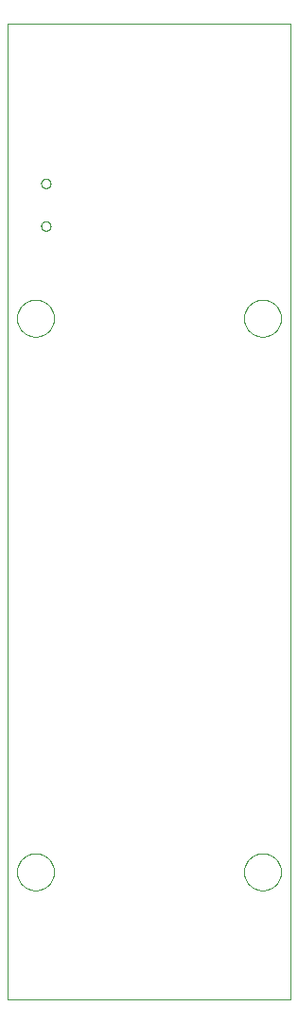
<source format=gko>
G75*
%MOIN*%
%OFA0B0*%
%FSLAX25Y25*%
%IPPOS*%
%LPD*%
%AMOC8*
5,1,8,0,0,1.08239X$1,22.5*
%
%ADD10C,0.00000*%
D10*
X0118333Y0040000D02*
X0118333Y0383701D01*
X0218255Y0383701D01*
X0218255Y0040000D01*
X0118333Y0040000D01*
X0121833Y0085000D02*
X0121835Y0085161D01*
X0121841Y0085321D01*
X0121851Y0085482D01*
X0121865Y0085642D01*
X0121883Y0085802D01*
X0121904Y0085961D01*
X0121930Y0086120D01*
X0121960Y0086278D01*
X0121993Y0086435D01*
X0122031Y0086592D01*
X0122072Y0086747D01*
X0122117Y0086901D01*
X0122166Y0087054D01*
X0122219Y0087206D01*
X0122275Y0087357D01*
X0122336Y0087506D01*
X0122399Y0087654D01*
X0122467Y0087800D01*
X0122538Y0087944D01*
X0122612Y0088086D01*
X0122690Y0088227D01*
X0122772Y0088365D01*
X0122857Y0088502D01*
X0122945Y0088636D01*
X0123037Y0088768D01*
X0123132Y0088898D01*
X0123230Y0089026D01*
X0123331Y0089151D01*
X0123435Y0089273D01*
X0123542Y0089393D01*
X0123652Y0089510D01*
X0123765Y0089625D01*
X0123881Y0089736D01*
X0124000Y0089845D01*
X0124121Y0089950D01*
X0124245Y0090053D01*
X0124371Y0090153D01*
X0124499Y0090249D01*
X0124630Y0090342D01*
X0124764Y0090432D01*
X0124899Y0090519D01*
X0125037Y0090602D01*
X0125176Y0090682D01*
X0125318Y0090758D01*
X0125461Y0090831D01*
X0125606Y0090900D01*
X0125753Y0090966D01*
X0125901Y0091028D01*
X0126051Y0091086D01*
X0126202Y0091141D01*
X0126355Y0091192D01*
X0126509Y0091239D01*
X0126664Y0091282D01*
X0126820Y0091321D01*
X0126976Y0091357D01*
X0127134Y0091388D01*
X0127292Y0091416D01*
X0127451Y0091440D01*
X0127611Y0091460D01*
X0127771Y0091476D01*
X0127931Y0091488D01*
X0128092Y0091496D01*
X0128253Y0091500D01*
X0128413Y0091500D01*
X0128574Y0091496D01*
X0128735Y0091488D01*
X0128895Y0091476D01*
X0129055Y0091460D01*
X0129215Y0091440D01*
X0129374Y0091416D01*
X0129532Y0091388D01*
X0129690Y0091357D01*
X0129846Y0091321D01*
X0130002Y0091282D01*
X0130157Y0091239D01*
X0130311Y0091192D01*
X0130464Y0091141D01*
X0130615Y0091086D01*
X0130765Y0091028D01*
X0130913Y0090966D01*
X0131060Y0090900D01*
X0131205Y0090831D01*
X0131348Y0090758D01*
X0131490Y0090682D01*
X0131629Y0090602D01*
X0131767Y0090519D01*
X0131902Y0090432D01*
X0132036Y0090342D01*
X0132167Y0090249D01*
X0132295Y0090153D01*
X0132421Y0090053D01*
X0132545Y0089950D01*
X0132666Y0089845D01*
X0132785Y0089736D01*
X0132901Y0089625D01*
X0133014Y0089510D01*
X0133124Y0089393D01*
X0133231Y0089273D01*
X0133335Y0089151D01*
X0133436Y0089026D01*
X0133534Y0088898D01*
X0133629Y0088768D01*
X0133721Y0088636D01*
X0133809Y0088502D01*
X0133894Y0088365D01*
X0133976Y0088227D01*
X0134054Y0088086D01*
X0134128Y0087944D01*
X0134199Y0087800D01*
X0134267Y0087654D01*
X0134330Y0087506D01*
X0134391Y0087357D01*
X0134447Y0087206D01*
X0134500Y0087054D01*
X0134549Y0086901D01*
X0134594Y0086747D01*
X0134635Y0086592D01*
X0134673Y0086435D01*
X0134706Y0086278D01*
X0134736Y0086120D01*
X0134762Y0085961D01*
X0134783Y0085802D01*
X0134801Y0085642D01*
X0134815Y0085482D01*
X0134825Y0085321D01*
X0134831Y0085161D01*
X0134833Y0085000D01*
X0134831Y0084839D01*
X0134825Y0084679D01*
X0134815Y0084518D01*
X0134801Y0084358D01*
X0134783Y0084198D01*
X0134762Y0084039D01*
X0134736Y0083880D01*
X0134706Y0083722D01*
X0134673Y0083565D01*
X0134635Y0083408D01*
X0134594Y0083253D01*
X0134549Y0083099D01*
X0134500Y0082946D01*
X0134447Y0082794D01*
X0134391Y0082643D01*
X0134330Y0082494D01*
X0134267Y0082346D01*
X0134199Y0082200D01*
X0134128Y0082056D01*
X0134054Y0081914D01*
X0133976Y0081773D01*
X0133894Y0081635D01*
X0133809Y0081498D01*
X0133721Y0081364D01*
X0133629Y0081232D01*
X0133534Y0081102D01*
X0133436Y0080974D01*
X0133335Y0080849D01*
X0133231Y0080727D01*
X0133124Y0080607D01*
X0133014Y0080490D01*
X0132901Y0080375D01*
X0132785Y0080264D01*
X0132666Y0080155D01*
X0132545Y0080050D01*
X0132421Y0079947D01*
X0132295Y0079847D01*
X0132167Y0079751D01*
X0132036Y0079658D01*
X0131902Y0079568D01*
X0131767Y0079481D01*
X0131629Y0079398D01*
X0131490Y0079318D01*
X0131348Y0079242D01*
X0131205Y0079169D01*
X0131060Y0079100D01*
X0130913Y0079034D01*
X0130765Y0078972D01*
X0130615Y0078914D01*
X0130464Y0078859D01*
X0130311Y0078808D01*
X0130157Y0078761D01*
X0130002Y0078718D01*
X0129846Y0078679D01*
X0129690Y0078643D01*
X0129532Y0078612D01*
X0129374Y0078584D01*
X0129215Y0078560D01*
X0129055Y0078540D01*
X0128895Y0078524D01*
X0128735Y0078512D01*
X0128574Y0078504D01*
X0128413Y0078500D01*
X0128253Y0078500D01*
X0128092Y0078504D01*
X0127931Y0078512D01*
X0127771Y0078524D01*
X0127611Y0078540D01*
X0127451Y0078560D01*
X0127292Y0078584D01*
X0127134Y0078612D01*
X0126976Y0078643D01*
X0126820Y0078679D01*
X0126664Y0078718D01*
X0126509Y0078761D01*
X0126355Y0078808D01*
X0126202Y0078859D01*
X0126051Y0078914D01*
X0125901Y0078972D01*
X0125753Y0079034D01*
X0125606Y0079100D01*
X0125461Y0079169D01*
X0125318Y0079242D01*
X0125176Y0079318D01*
X0125037Y0079398D01*
X0124899Y0079481D01*
X0124764Y0079568D01*
X0124630Y0079658D01*
X0124499Y0079751D01*
X0124371Y0079847D01*
X0124245Y0079947D01*
X0124121Y0080050D01*
X0124000Y0080155D01*
X0123881Y0080264D01*
X0123765Y0080375D01*
X0123652Y0080490D01*
X0123542Y0080607D01*
X0123435Y0080727D01*
X0123331Y0080849D01*
X0123230Y0080974D01*
X0123132Y0081102D01*
X0123037Y0081232D01*
X0122945Y0081364D01*
X0122857Y0081498D01*
X0122772Y0081635D01*
X0122690Y0081773D01*
X0122612Y0081914D01*
X0122538Y0082056D01*
X0122467Y0082200D01*
X0122399Y0082346D01*
X0122336Y0082494D01*
X0122275Y0082643D01*
X0122219Y0082794D01*
X0122166Y0082946D01*
X0122117Y0083099D01*
X0122072Y0083253D01*
X0122031Y0083408D01*
X0121993Y0083565D01*
X0121960Y0083722D01*
X0121930Y0083880D01*
X0121904Y0084039D01*
X0121883Y0084198D01*
X0121865Y0084358D01*
X0121851Y0084518D01*
X0121841Y0084679D01*
X0121835Y0084839D01*
X0121833Y0085000D01*
X0201833Y0085000D02*
X0201835Y0085161D01*
X0201841Y0085321D01*
X0201851Y0085482D01*
X0201865Y0085642D01*
X0201883Y0085802D01*
X0201904Y0085961D01*
X0201930Y0086120D01*
X0201960Y0086278D01*
X0201993Y0086435D01*
X0202031Y0086592D01*
X0202072Y0086747D01*
X0202117Y0086901D01*
X0202166Y0087054D01*
X0202219Y0087206D01*
X0202275Y0087357D01*
X0202336Y0087506D01*
X0202399Y0087654D01*
X0202467Y0087800D01*
X0202538Y0087944D01*
X0202612Y0088086D01*
X0202690Y0088227D01*
X0202772Y0088365D01*
X0202857Y0088502D01*
X0202945Y0088636D01*
X0203037Y0088768D01*
X0203132Y0088898D01*
X0203230Y0089026D01*
X0203331Y0089151D01*
X0203435Y0089273D01*
X0203542Y0089393D01*
X0203652Y0089510D01*
X0203765Y0089625D01*
X0203881Y0089736D01*
X0204000Y0089845D01*
X0204121Y0089950D01*
X0204245Y0090053D01*
X0204371Y0090153D01*
X0204499Y0090249D01*
X0204630Y0090342D01*
X0204764Y0090432D01*
X0204899Y0090519D01*
X0205037Y0090602D01*
X0205176Y0090682D01*
X0205318Y0090758D01*
X0205461Y0090831D01*
X0205606Y0090900D01*
X0205753Y0090966D01*
X0205901Y0091028D01*
X0206051Y0091086D01*
X0206202Y0091141D01*
X0206355Y0091192D01*
X0206509Y0091239D01*
X0206664Y0091282D01*
X0206820Y0091321D01*
X0206976Y0091357D01*
X0207134Y0091388D01*
X0207292Y0091416D01*
X0207451Y0091440D01*
X0207611Y0091460D01*
X0207771Y0091476D01*
X0207931Y0091488D01*
X0208092Y0091496D01*
X0208253Y0091500D01*
X0208413Y0091500D01*
X0208574Y0091496D01*
X0208735Y0091488D01*
X0208895Y0091476D01*
X0209055Y0091460D01*
X0209215Y0091440D01*
X0209374Y0091416D01*
X0209532Y0091388D01*
X0209690Y0091357D01*
X0209846Y0091321D01*
X0210002Y0091282D01*
X0210157Y0091239D01*
X0210311Y0091192D01*
X0210464Y0091141D01*
X0210615Y0091086D01*
X0210765Y0091028D01*
X0210913Y0090966D01*
X0211060Y0090900D01*
X0211205Y0090831D01*
X0211348Y0090758D01*
X0211490Y0090682D01*
X0211629Y0090602D01*
X0211767Y0090519D01*
X0211902Y0090432D01*
X0212036Y0090342D01*
X0212167Y0090249D01*
X0212295Y0090153D01*
X0212421Y0090053D01*
X0212545Y0089950D01*
X0212666Y0089845D01*
X0212785Y0089736D01*
X0212901Y0089625D01*
X0213014Y0089510D01*
X0213124Y0089393D01*
X0213231Y0089273D01*
X0213335Y0089151D01*
X0213436Y0089026D01*
X0213534Y0088898D01*
X0213629Y0088768D01*
X0213721Y0088636D01*
X0213809Y0088502D01*
X0213894Y0088365D01*
X0213976Y0088227D01*
X0214054Y0088086D01*
X0214128Y0087944D01*
X0214199Y0087800D01*
X0214267Y0087654D01*
X0214330Y0087506D01*
X0214391Y0087357D01*
X0214447Y0087206D01*
X0214500Y0087054D01*
X0214549Y0086901D01*
X0214594Y0086747D01*
X0214635Y0086592D01*
X0214673Y0086435D01*
X0214706Y0086278D01*
X0214736Y0086120D01*
X0214762Y0085961D01*
X0214783Y0085802D01*
X0214801Y0085642D01*
X0214815Y0085482D01*
X0214825Y0085321D01*
X0214831Y0085161D01*
X0214833Y0085000D01*
X0214831Y0084839D01*
X0214825Y0084679D01*
X0214815Y0084518D01*
X0214801Y0084358D01*
X0214783Y0084198D01*
X0214762Y0084039D01*
X0214736Y0083880D01*
X0214706Y0083722D01*
X0214673Y0083565D01*
X0214635Y0083408D01*
X0214594Y0083253D01*
X0214549Y0083099D01*
X0214500Y0082946D01*
X0214447Y0082794D01*
X0214391Y0082643D01*
X0214330Y0082494D01*
X0214267Y0082346D01*
X0214199Y0082200D01*
X0214128Y0082056D01*
X0214054Y0081914D01*
X0213976Y0081773D01*
X0213894Y0081635D01*
X0213809Y0081498D01*
X0213721Y0081364D01*
X0213629Y0081232D01*
X0213534Y0081102D01*
X0213436Y0080974D01*
X0213335Y0080849D01*
X0213231Y0080727D01*
X0213124Y0080607D01*
X0213014Y0080490D01*
X0212901Y0080375D01*
X0212785Y0080264D01*
X0212666Y0080155D01*
X0212545Y0080050D01*
X0212421Y0079947D01*
X0212295Y0079847D01*
X0212167Y0079751D01*
X0212036Y0079658D01*
X0211902Y0079568D01*
X0211767Y0079481D01*
X0211629Y0079398D01*
X0211490Y0079318D01*
X0211348Y0079242D01*
X0211205Y0079169D01*
X0211060Y0079100D01*
X0210913Y0079034D01*
X0210765Y0078972D01*
X0210615Y0078914D01*
X0210464Y0078859D01*
X0210311Y0078808D01*
X0210157Y0078761D01*
X0210002Y0078718D01*
X0209846Y0078679D01*
X0209690Y0078643D01*
X0209532Y0078612D01*
X0209374Y0078584D01*
X0209215Y0078560D01*
X0209055Y0078540D01*
X0208895Y0078524D01*
X0208735Y0078512D01*
X0208574Y0078504D01*
X0208413Y0078500D01*
X0208253Y0078500D01*
X0208092Y0078504D01*
X0207931Y0078512D01*
X0207771Y0078524D01*
X0207611Y0078540D01*
X0207451Y0078560D01*
X0207292Y0078584D01*
X0207134Y0078612D01*
X0206976Y0078643D01*
X0206820Y0078679D01*
X0206664Y0078718D01*
X0206509Y0078761D01*
X0206355Y0078808D01*
X0206202Y0078859D01*
X0206051Y0078914D01*
X0205901Y0078972D01*
X0205753Y0079034D01*
X0205606Y0079100D01*
X0205461Y0079169D01*
X0205318Y0079242D01*
X0205176Y0079318D01*
X0205037Y0079398D01*
X0204899Y0079481D01*
X0204764Y0079568D01*
X0204630Y0079658D01*
X0204499Y0079751D01*
X0204371Y0079847D01*
X0204245Y0079947D01*
X0204121Y0080050D01*
X0204000Y0080155D01*
X0203881Y0080264D01*
X0203765Y0080375D01*
X0203652Y0080490D01*
X0203542Y0080607D01*
X0203435Y0080727D01*
X0203331Y0080849D01*
X0203230Y0080974D01*
X0203132Y0081102D01*
X0203037Y0081232D01*
X0202945Y0081364D01*
X0202857Y0081498D01*
X0202772Y0081635D01*
X0202690Y0081773D01*
X0202612Y0081914D01*
X0202538Y0082056D01*
X0202467Y0082200D01*
X0202399Y0082346D01*
X0202336Y0082494D01*
X0202275Y0082643D01*
X0202219Y0082794D01*
X0202166Y0082946D01*
X0202117Y0083099D01*
X0202072Y0083253D01*
X0202031Y0083408D01*
X0201993Y0083565D01*
X0201960Y0083722D01*
X0201930Y0083880D01*
X0201904Y0084039D01*
X0201883Y0084198D01*
X0201865Y0084358D01*
X0201851Y0084518D01*
X0201841Y0084679D01*
X0201835Y0084839D01*
X0201833Y0085000D01*
X0201833Y0280000D02*
X0201835Y0280161D01*
X0201841Y0280321D01*
X0201851Y0280482D01*
X0201865Y0280642D01*
X0201883Y0280802D01*
X0201904Y0280961D01*
X0201930Y0281120D01*
X0201960Y0281278D01*
X0201993Y0281435D01*
X0202031Y0281592D01*
X0202072Y0281747D01*
X0202117Y0281901D01*
X0202166Y0282054D01*
X0202219Y0282206D01*
X0202275Y0282357D01*
X0202336Y0282506D01*
X0202399Y0282654D01*
X0202467Y0282800D01*
X0202538Y0282944D01*
X0202612Y0283086D01*
X0202690Y0283227D01*
X0202772Y0283365D01*
X0202857Y0283502D01*
X0202945Y0283636D01*
X0203037Y0283768D01*
X0203132Y0283898D01*
X0203230Y0284026D01*
X0203331Y0284151D01*
X0203435Y0284273D01*
X0203542Y0284393D01*
X0203652Y0284510D01*
X0203765Y0284625D01*
X0203881Y0284736D01*
X0204000Y0284845D01*
X0204121Y0284950D01*
X0204245Y0285053D01*
X0204371Y0285153D01*
X0204499Y0285249D01*
X0204630Y0285342D01*
X0204764Y0285432D01*
X0204899Y0285519D01*
X0205037Y0285602D01*
X0205176Y0285682D01*
X0205318Y0285758D01*
X0205461Y0285831D01*
X0205606Y0285900D01*
X0205753Y0285966D01*
X0205901Y0286028D01*
X0206051Y0286086D01*
X0206202Y0286141D01*
X0206355Y0286192D01*
X0206509Y0286239D01*
X0206664Y0286282D01*
X0206820Y0286321D01*
X0206976Y0286357D01*
X0207134Y0286388D01*
X0207292Y0286416D01*
X0207451Y0286440D01*
X0207611Y0286460D01*
X0207771Y0286476D01*
X0207931Y0286488D01*
X0208092Y0286496D01*
X0208253Y0286500D01*
X0208413Y0286500D01*
X0208574Y0286496D01*
X0208735Y0286488D01*
X0208895Y0286476D01*
X0209055Y0286460D01*
X0209215Y0286440D01*
X0209374Y0286416D01*
X0209532Y0286388D01*
X0209690Y0286357D01*
X0209846Y0286321D01*
X0210002Y0286282D01*
X0210157Y0286239D01*
X0210311Y0286192D01*
X0210464Y0286141D01*
X0210615Y0286086D01*
X0210765Y0286028D01*
X0210913Y0285966D01*
X0211060Y0285900D01*
X0211205Y0285831D01*
X0211348Y0285758D01*
X0211490Y0285682D01*
X0211629Y0285602D01*
X0211767Y0285519D01*
X0211902Y0285432D01*
X0212036Y0285342D01*
X0212167Y0285249D01*
X0212295Y0285153D01*
X0212421Y0285053D01*
X0212545Y0284950D01*
X0212666Y0284845D01*
X0212785Y0284736D01*
X0212901Y0284625D01*
X0213014Y0284510D01*
X0213124Y0284393D01*
X0213231Y0284273D01*
X0213335Y0284151D01*
X0213436Y0284026D01*
X0213534Y0283898D01*
X0213629Y0283768D01*
X0213721Y0283636D01*
X0213809Y0283502D01*
X0213894Y0283365D01*
X0213976Y0283227D01*
X0214054Y0283086D01*
X0214128Y0282944D01*
X0214199Y0282800D01*
X0214267Y0282654D01*
X0214330Y0282506D01*
X0214391Y0282357D01*
X0214447Y0282206D01*
X0214500Y0282054D01*
X0214549Y0281901D01*
X0214594Y0281747D01*
X0214635Y0281592D01*
X0214673Y0281435D01*
X0214706Y0281278D01*
X0214736Y0281120D01*
X0214762Y0280961D01*
X0214783Y0280802D01*
X0214801Y0280642D01*
X0214815Y0280482D01*
X0214825Y0280321D01*
X0214831Y0280161D01*
X0214833Y0280000D01*
X0214831Y0279839D01*
X0214825Y0279679D01*
X0214815Y0279518D01*
X0214801Y0279358D01*
X0214783Y0279198D01*
X0214762Y0279039D01*
X0214736Y0278880D01*
X0214706Y0278722D01*
X0214673Y0278565D01*
X0214635Y0278408D01*
X0214594Y0278253D01*
X0214549Y0278099D01*
X0214500Y0277946D01*
X0214447Y0277794D01*
X0214391Y0277643D01*
X0214330Y0277494D01*
X0214267Y0277346D01*
X0214199Y0277200D01*
X0214128Y0277056D01*
X0214054Y0276914D01*
X0213976Y0276773D01*
X0213894Y0276635D01*
X0213809Y0276498D01*
X0213721Y0276364D01*
X0213629Y0276232D01*
X0213534Y0276102D01*
X0213436Y0275974D01*
X0213335Y0275849D01*
X0213231Y0275727D01*
X0213124Y0275607D01*
X0213014Y0275490D01*
X0212901Y0275375D01*
X0212785Y0275264D01*
X0212666Y0275155D01*
X0212545Y0275050D01*
X0212421Y0274947D01*
X0212295Y0274847D01*
X0212167Y0274751D01*
X0212036Y0274658D01*
X0211902Y0274568D01*
X0211767Y0274481D01*
X0211629Y0274398D01*
X0211490Y0274318D01*
X0211348Y0274242D01*
X0211205Y0274169D01*
X0211060Y0274100D01*
X0210913Y0274034D01*
X0210765Y0273972D01*
X0210615Y0273914D01*
X0210464Y0273859D01*
X0210311Y0273808D01*
X0210157Y0273761D01*
X0210002Y0273718D01*
X0209846Y0273679D01*
X0209690Y0273643D01*
X0209532Y0273612D01*
X0209374Y0273584D01*
X0209215Y0273560D01*
X0209055Y0273540D01*
X0208895Y0273524D01*
X0208735Y0273512D01*
X0208574Y0273504D01*
X0208413Y0273500D01*
X0208253Y0273500D01*
X0208092Y0273504D01*
X0207931Y0273512D01*
X0207771Y0273524D01*
X0207611Y0273540D01*
X0207451Y0273560D01*
X0207292Y0273584D01*
X0207134Y0273612D01*
X0206976Y0273643D01*
X0206820Y0273679D01*
X0206664Y0273718D01*
X0206509Y0273761D01*
X0206355Y0273808D01*
X0206202Y0273859D01*
X0206051Y0273914D01*
X0205901Y0273972D01*
X0205753Y0274034D01*
X0205606Y0274100D01*
X0205461Y0274169D01*
X0205318Y0274242D01*
X0205176Y0274318D01*
X0205037Y0274398D01*
X0204899Y0274481D01*
X0204764Y0274568D01*
X0204630Y0274658D01*
X0204499Y0274751D01*
X0204371Y0274847D01*
X0204245Y0274947D01*
X0204121Y0275050D01*
X0204000Y0275155D01*
X0203881Y0275264D01*
X0203765Y0275375D01*
X0203652Y0275490D01*
X0203542Y0275607D01*
X0203435Y0275727D01*
X0203331Y0275849D01*
X0203230Y0275974D01*
X0203132Y0276102D01*
X0203037Y0276232D01*
X0202945Y0276364D01*
X0202857Y0276498D01*
X0202772Y0276635D01*
X0202690Y0276773D01*
X0202612Y0276914D01*
X0202538Y0277056D01*
X0202467Y0277200D01*
X0202399Y0277346D01*
X0202336Y0277494D01*
X0202275Y0277643D01*
X0202219Y0277794D01*
X0202166Y0277946D01*
X0202117Y0278099D01*
X0202072Y0278253D01*
X0202031Y0278408D01*
X0201993Y0278565D01*
X0201960Y0278722D01*
X0201930Y0278880D01*
X0201904Y0279039D01*
X0201883Y0279198D01*
X0201865Y0279358D01*
X0201851Y0279518D01*
X0201841Y0279679D01*
X0201835Y0279839D01*
X0201833Y0280000D01*
X0130322Y0312520D02*
X0130324Y0312601D01*
X0130330Y0312683D01*
X0130340Y0312764D01*
X0130354Y0312844D01*
X0130371Y0312923D01*
X0130393Y0313002D01*
X0130418Y0313079D01*
X0130447Y0313156D01*
X0130480Y0313230D01*
X0130517Y0313303D01*
X0130556Y0313374D01*
X0130600Y0313443D01*
X0130646Y0313510D01*
X0130696Y0313574D01*
X0130749Y0313636D01*
X0130805Y0313696D01*
X0130863Y0313752D01*
X0130925Y0313806D01*
X0130989Y0313857D01*
X0131055Y0313904D01*
X0131123Y0313948D01*
X0131194Y0313989D01*
X0131266Y0314026D01*
X0131341Y0314060D01*
X0131416Y0314090D01*
X0131494Y0314116D01*
X0131572Y0314139D01*
X0131651Y0314157D01*
X0131731Y0314172D01*
X0131812Y0314183D01*
X0131893Y0314190D01*
X0131975Y0314193D01*
X0132056Y0314192D01*
X0132137Y0314187D01*
X0132218Y0314178D01*
X0132299Y0314165D01*
X0132379Y0314148D01*
X0132457Y0314128D01*
X0132535Y0314103D01*
X0132612Y0314075D01*
X0132687Y0314043D01*
X0132760Y0314008D01*
X0132831Y0313969D01*
X0132901Y0313926D01*
X0132968Y0313881D01*
X0133034Y0313832D01*
X0133096Y0313780D01*
X0133156Y0313724D01*
X0133213Y0313666D01*
X0133268Y0313606D01*
X0133319Y0313542D01*
X0133367Y0313477D01*
X0133412Y0313409D01*
X0133454Y0313339D01*
X0133492Y0313267D01*
X0133527Y0313193D01*
X0133558Y0313118D01*
X0133585Y0313041D01*
X0133608Y0312963D01*
X0133628Y0312884D01*
X0133644Y0312804D01*
X0133656Y0312723D01*
X0133664Y0312642D01*
X0133668Y0312561D01*
X0133668Y0312479D01*
X0133664Y0312398D01*
X0133656Y0312317D01*
X0133644Y0312236D01*
X0133628Y0312156D01*
X0133608Y0312077D01*
X0133585Y0311999D01*
X0133558Y0311922D01*
X0133527Y0311847D01*
X0133492Y0311773D01*
X0133454Y0311701D01*
X0133412Y0311631D01*
X0133367Y0311563D01*
X0133319Y0311498D01*
X0133268Y0311434D01*
X0133213Y0311374D01*
X0133156Y0311316D01*
X0133096Y0311260D01*
X0133034Y0311208D01*
X0132968Y0311159D01*
X0132901Y0311114D01*
X0132832Y0311071D01*
X0132760Y0311032D01*
X0132687Y0310997D01*
X0132612Y0310965D01*
X0132535Y0310937D01*
X0132457Y0310912D01*
X0132379Y0310892D01*
X0132299Y0310875D01*
X0132218Y0310862D01*
X0132137Y0310853D01*
X0132056Y0310848D01*
X0131975Y0310847D01*
X0131893Y0310850D01*
X0131812Y0310857D01*
X0131731Y0310868D01*
X0131651Y0310883D01*
X0131572Y0310901D01*
X0131494Y0310924D01*
X0131416Y0310950D01*
X0131341Y0310980D01*
X0131266Y0311014D01*
X0131194Y0311051D01*
X0131123Y0311092D01*
X0131055Y0311136D01*
X0130989Y0311183D01*
X0130925Y0311234D01*
X0130863Y0311288D01*
X0130805Y0311344D01*
X0130749Y0311404D01*
X0130696Y0311466D01*
X0130646Y0311530D01*
X0130600Y0311597D01*
X0130556Y0311666D01*
X0130517Y0311737D01*
X0130480Y0311810D01*
X0130447Y0311884D01*
X0130418Y0311961D01*
X0130393Y0312038D01*
X0130371Y0312117D01*
X0130354Y0312196D01*
X0130340Y0312276D01*
X0130330Y0312357D01*
X0130324Y0312439D01*
X0130322Y0312520D01*
X0130322Y0327480D02*
X0130324Y0327561D01*
X0130330Y0327643D01*
X0130340Y0327724D01*
X0130354Y0327804D01*
X0130371Y0327883D01*
X0130393Y0327962D01*
X0130418Y0328039D01*
X0130447Y0328116D01*
X0130480Y0328190D01*
X0130517Y0328263D01*
X0130556Y0328334D01*
X0130600Y0328403D01*
X0130646Y0328470D01*
X0130696Y0328534D01*
X0130749Y0328596D01*
X0130805Y0328656D01*
X0130863Y0328712D01*
X0130925Y0328766D01*
X0130989Y0328817D01*
X0131055Y0328864D01*
X0131123Y0328908D01*
X0131194Y0328949D01*
X0131266Y0328986D01*
X0131341Y0329020D01*
X0131416Y0329050D01*
X0131494Y0329076D01*
X0131572Y0329099D01*
X0131651Y0329117D01*
X0131731Y0329132D01*
X0131812Y0329143D01*
X0131893Y0329150D01*
X0131975Y0329153D01*
X0132056Y0329152D01*
X0132137Y0329147D01*
X0132218Y0329138D01*
X0132299Y0329125D01*
X0132379Y0329108D01*
X0132457Y0329088D01*
X0132535Y0329063D01*
X0132612Y0329035D01*
X0132687Y0329003D01*
X0132760Y0328968D01*
X0132831Y0328929D01*
X0132901Y0328886D01*
X0132968Y0328841D01*
X0133034Y0328792D01*
X0133096Y0328740D01*
X0133156Y0328684D01*
X0133213Y0328626D01*
X0133268Y0328566D01*
X0133319Y0328502D01*
X0133367Y0328437D01*
X0133412Y0328369D01*
X0133454Y0328299D01*
X0133492Y0328227D01*
X0133527Y0328153D01*
X0133558Y0328078D01*
X0133585Y0328001D01*
X0133608Y0327923D01*
X0133628Y0327844D01*
X0133644Y0327764D01*
X0133656Y0327683D01*
X0133664Y0327602D01*
X0133668Y0327521D01*
X0133668Y0327439D01*
X0133664Y0327358D01*
X0133656Y0327277D01*
X0133644Y0327196D01*
X0133628Y0327116D01*
X0133608Y0327037D01*
X0133585Y0326959D01*
X0133558Y0326882D01*
X0133527Y0326807D01*
X0133492Y0326733D01*
X0133454Y0326661D01*
X0133412Y0326591D01*
X0133367Y0326523D01*
X0133319Y0326458D01*
X0133268Y0326394D01*
X0133213Y0326334D01*
X0133156Y0326276D01*
X0133096Y0326220D01*
X0133034Y0326168D01*
X0132968Y0326119D01*
X0132901Y0326074D01*
X0132832Y0326031D01*
X0132760Y0325992D01*
X0132687Y0325957D01*
X0132612Y0325925D01*
X0132535Y0325897D01*
X0132457Y0325872D01*
X0132379Y0325852D01*
X0132299Y0325835D01*
X0132218Y0325822D01*
X0132137Y0325813D01*
X0132056Y0325808D01*
X0131975Y0325807D01*
X0131893Y0325810D01*
X0131812Y0325817D01*
X0131731Y0325828D01*
X0131651Y0325843D01*
X0131572Y0325861D01*
X0131494Y0325884D01*
X0131416Y0325910D01*
X0131341Y0325940D01*
X0131266Y0325974D01*
X0131194Y0326011D01*
X0131123Y0326052D01*
X0131055Y0326096D01*
X0130989Y0326143D01*
X0130925Y0326194D01*
X0130863Y0326248D01*
X0130805Y0326304D01*
X0130749Y0326364D01*
X0130696Y0326426D01*
X0130646Y0326490D01*
X0130600Y0326557D01*
X0130556Y0326626D01*
X0130517Y0326697D01*
X0130480Y0326770D01*
X0130447Y0326844D01*
X0130418Y0326921D01*
X0130393Y0326998D01*
X0130371Y0327077D01*
X0130354Y0327156D01*
X0130340Y0327236D01*
X0130330Y0327317D01*
X0130324Y0327399D01*
X0130322Y0327480D01*
X0121833Y0280000D02*
X0121835Y0280161D01*
X0121841Y0280321D01*
X0121851Y0280482D01*
X0121865Y0280642D01*
X0121883Y0280802D01*
X0121904Y0280961D01*
X0121930Y0281120D01*
X0121960Y0281278D01*
X0121993Y0281435D01*
X0122031Y0281592D01*
X0122072Y0281747D01*
X0122117Y0281901D01*
X0122166Y0282054D01*
X0122219Y0282206D01*
X0122275Y0282357D01*
X0122336Y0282506D01*
X0122399Y0282654D01*
X0122467Y0282800D01*
X0122538Y0282944D01*
X0122612Y0283086D01*
X0122690Y0283227D01*
X0122772Y0283365D01*
X0122857Y0283502D01*
X0122945Y0283636D01*
X0123037Y0283768D01*
X0123132Y0283898D01*
X0123230Y0284026D01*
X0123331Y0284151D01*
X0123435Y0284273D01*
X0123542Y0284393D01*
X0123652Y0284510D01*
X0123765Y0284625D01*
X0123881Y0284736D01*
X0124000Y0284845D01*
X0124121Y0284950D01*
X0124245Y0285053D01*
X0124371Y0285153D01*
X0124499Y0285249D01*
X0124630Y0285342D01*
X0124764Y0285432D01*
X0124899Y0285519D01*
X0125037Y0285602D01*
X0125176Y0285682D01*
X0125318Y0285758D01*
X0125461Y0285831D01*
X0125606Y0285900D01*
X0125753Y0285966D01*
X0125901Y0286028D01*
X0126051Y0286086D01*
X0126202Y0286141D01*
X0126355Y0286192D01*
X0126509Y0286239D01*
X0126664Y0286282D01*
X0126820Y0286321D01*
X0126976Y0286357D01*
X0127134Y0286388D01*
X0127292Y0286416D01*
X0127451Y0286440D01*
X0127611Y0286460D01*
X0127771Y0286476D01*
X0127931Y0286488D01*
X0128092Y0286496D01*
X0128253Y0286500D01*
X0128413Y0286500D01*
X0128574Y0286496D01*
X0128735Y0286488D01*
X0128895Y0286476D01*
X0129055Y0286460D01*
X0129215Y0286440D01*
X0129374Y0286416D01*
X0129532Y0286388D01*
X0129690Y0286357D01*
X0129846Y0286321D01*
X0130002Y0286282D01*
X0130157Y0286239D01*
X0130311Y0286192D01*
X0130464Y0286141D01*
X0130615Y0286086D01*
X0130765Y0286028D01*
X0130913Y0285966D01*
X0131060Y0285900D01*
X0131205Y0285831D01*
X0131348Y0285758D01*
X0131490Y0285682D01*
X0131629Y0285602D01*
X0131767Y0285519D01*
X0131902Y0285432D01*
X0132036Y0285342D01*
X0132167Y0285249D01*
X0132295Y0285153D01*
X0132421Y0285053D01*
X0132545Y0284950D01*
X0132666Y0284845D01*
X0132785Y0284736D01*
X0132901Y0284625D01*
X0133014Y0284510D01*
X0133124Y0284393D01*
X0133231Y0284273D01*
X0133335Y0284151D01*
X0133436Y0284026D01*
X0133534Y0283898D01*
X0133629Y0283768D01*
X0133721Y0283636D01*
X0133809Y0283502D01*
X0133894Y0283365D01*
X0133976Y0283227D01*
X0134054Y0283086D01*
X0134128Y0282944D01*
X0134199Y0282800D01*
X0134267Y0282654D01*
X0134330Y0282506D01*
X0134391Y0282357D01*
X0134447Y0282206D01*
X0134500Y0282054D01*
X0134549Y0281901D01*
X0134594Y0281747D01*
X0134635Y0281592D01*
X0134673Y0281435D01*
X0134706Y0281278D01*
X0134736Y0281120D01*
X0134762Y0280961D01*
X0134783Y0280802D01*
X0134801Y0280642D01*
X0134815Y0280482D01*
X0134825Y0280321D01*
X0134831Y0280161D01*
X0134833Y0280000D01*
X0134831Y0279839D01*
X0134825Y0279679D01*
X0134815Y0279518D01*
X0134801Y0279358D01*
X0134783Y0279198D01*
X0134762Y0279039D01*
X0134736Y0278880D01*
X0134706Y0278722D01*
X0134673Y0278565D01*
X0134635Y0278408D01*
X0134594Y0278253D01*
X0134549Y0278099D01*
X0134500Y0277946D01*
X0134447Y0277794D01*
X0134391Y0277643D01*
X0134330Y0277494D01*
X0134267Y0277346D01*
X0134199Y0277200D01*
X0134128Y0277056D01*
X0134054Y0276914D01*
X0133976Y0276773D01*
X0133894Y0276635D01*
X0133809Y0276498D01*
X0133721Y0276364D01*
X0133629Y0276232D01*
X0133534Y0276102D01*
X0133436Y0275974D01*
X0133335Y0275849D01*
X0133231Y0275727D01*
X0133124Y0275607D01*
X0133014Y0275490D01*
X0132901Y0275375D01*
X0132785Y0275264D01*
X0132666Y0275155D01*
X0132545Y0275050D01*
X0132421Y0274947D01*
X0132295Y0274847D01*
X0132167Y0274751D01*
X0132036Y0274658D01*
X0131902Y0274568D01*
X0131767Y0274481D01*
X0131629Y0274398D01*
X0131490Y0274318D01*
X0131348Y0274242D01*
X0131205Y0274169D01*
X0131060Y0274100D01*
X0130913Y0274034D01*
X0130765Y0273972D01*
X0130615Y0273914D01*
X0130464Y0273859D01*
X0130311Y0273808D01*
X0130157Y0273761D01*
X0130002Y0273718D01*
X0129846Y0273679D01*
X0129690Y0273643D01*
X0129532Y0273612D01*
X0129374Y0273584D01*
X0129215Y0273560D01*
X0129055Y0273540D01*
X0128895Y0273524D01*
X0128735Y0273512D01*
X0128574Y0273504D01*
X0128413Y0273500D01*
X0128253Y0273500D01*
X0128092Y0273504D01*
X0127931Y0273512D01*
X0127771Y0273524D01*
X0127611Y0273540D01*
X0127451Y0273560D01*
X0127292Y0273584D01*
X0127134Y0273612D01*
X0126976Y0273643D01*
X0126820Y0273679D01*
X0126664Y0273718D01*
X0126509Y0273761D01*
X0126355Y0273808D01*
X0126202Y0273859D01*
X0126051Y0273914D01*
X0125901Y0273972D01*
X0125753Y0274034D01*
X0125606Y0274100D01*
X0125461Y0274169D01*
X0125318Y0274242D01*
X0125176Y0274318D01*
X0125037Y0274398D01*
X0124899Y0274481D01*
X0124764Y0274568D01*
X0124630Y0274658D01*
X0124499Y0274751D01*
X0124371Y0274847D01*
X0124245Y0274947D01*
X0124121Y0275050D01*
X0124000Y0275155D01*
X0123881Y0275264D01*
X0123765Y0275375D01*
X0123652Y0275490D01*
X0123542Y0275607D01*
X0123435Y0275727D01*
X0123331Y0275849D01*
X0123230Y0275974D01*
X0123132Y0276102D01*
X0123037Y0276232D01*
X0122945Y0276364D01*
X0122857Y0276498D01*
X0122772Y0276635D01*
X0122690Y0276773D01*
X0122612Y0276914D01*
X0122538Y0277056D01*
X0122467Y0277200D01*
X0122399Y0277346D01*
X0122336Y0277494D01*
X0122275Y0277643D01*
X0122219Y0277794D01*
X0122166Y0277946D01*
X0122117Y0278099D01*
X0122072Y0278253D01*
X0122031Y0278408D01*
X0121993Y0278565D01*
X0121960Y0278722D01*
X0121930Y0278880D01*
X0121904Y0279039D01*
X0121883Y0279198D01*
X0121865Y0279358D01*
X0121851Y0279518D01*
X0121841Y0279679D01*
X0121835Y0279839D01*
X0121833Y0280000D01*
M02*

</source>
